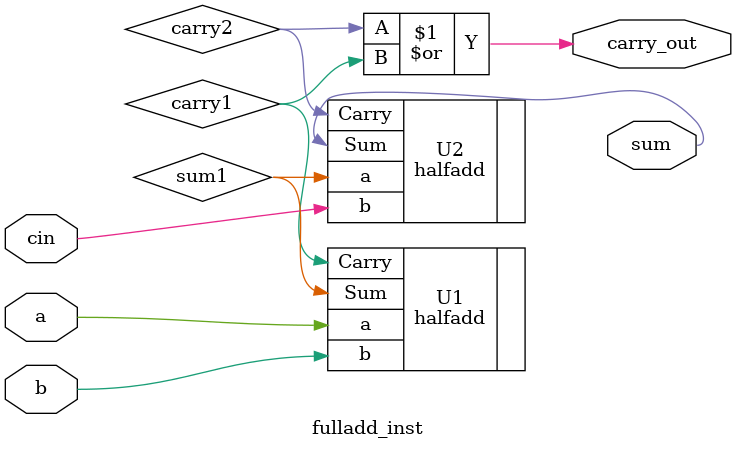
<source format=v>
module fulladd_inst (
    input a,b,cin,
    output sum,carry_out
);
wire sum1, carry1, carry2;

    halfadd U1(.a(a),.b(b),.Carry(carry1),.Sum(sum1));
    halfadd U2(.a(sum1),.b(cin),.Sum(sum),.Carry(carry2));
    or U3 (carry_out,carry2,carry1);

endmodule
</source>
